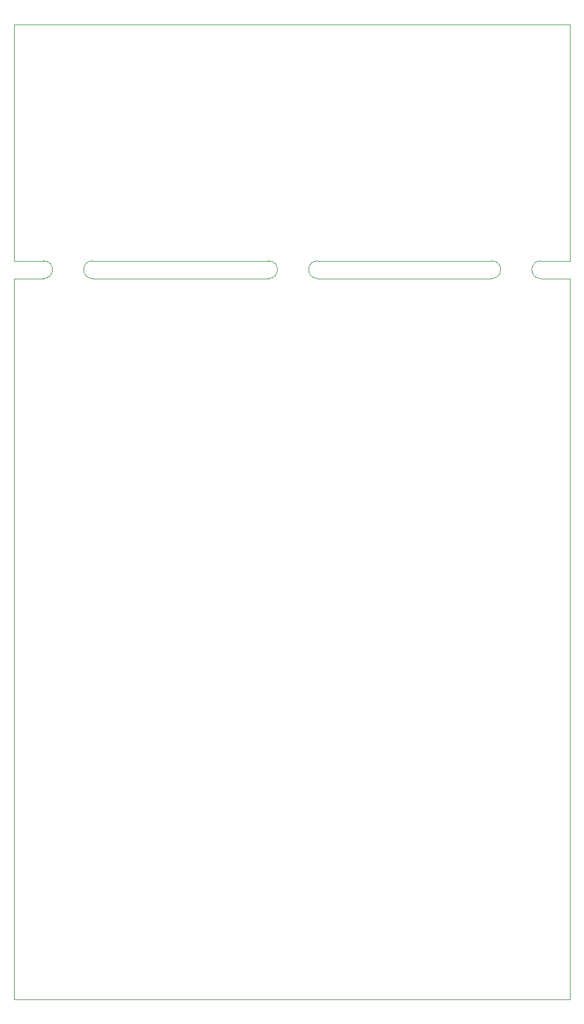
<source format=gbr>
G04 #@! TF.GenerationSoftware,KiCad,Pcbnew,(5.99.0-8123-gb2cbd99365)*
G04 #@! TF.CreationDate,2021-02-01T23:00:56-05:00*
G04 #@! TF.ProjectId,unitron,756e6974-726f-46e2-9e6b-696361645f70,1.4*
G04 #@! TF.SameCoordinates,Original*
G04 #@! TF.FileFunction,Profile,NP*
%FSLAX46Y46*%
G04 Gerber Fmt 4.6, Leading zero omitted, Abs format (unit mm)*
G04 Created by KiCad (PCBNEW (5.99.0-8123-gb2cbd99365)) date 2021-02-01 23:00:56*
%MOMM*%
%LPD*%
G01*
G04 APERTURE LIST*
G04 #@! TA.AperFunction,Profile*
%ADD10C,0.050000*%
G04 #@! TD*
G04 #@! TA.AperFunction,Profile*
%ADD11C,0.100000*%
G04 #@! TD*
G04 APERTURE END LIST*
D10*
X211170000Y-54483000D02*
X185902000Y-54483000D01*
X185902000Y-57023000D02*
X211170000Y-57023000D01*
X222504000Y-54483000D02*
X218230000Y-54483000D01*
X146260000Y-57023000D02*
X141986000Y-57023000D01*
X146260000Y-54483000D02*
X142000000Y-54483000D01*
X142000000Y-20320000D02*
X142000000Y-54483000D01*
D11*
X222504000Y-20320000D02*
X142000000Y-20320000D01*
X222504000Y-54483000D02*
X222504000Y-20320000D01*
D10*
X153320000Y-54483000D02*
X178842000Y-54483000D01*
X222504000Y-57023000D02*
X218230000Y-57023000D01*
X153320000Y-57023000D02*
X178842000Y-57023000D01*
X141986000Y-161290000D02*
X141986000Y-57023000D01*
X222504000Y-57023000D02*
X222504000Y-161290000D01*
X222504000Y-161290000D02*
X141986000Y-161290000D01*
X185902000Y-54483000D02*
G75*
G03*
X185902000Y-57023000I0J-1270000D01*
G01*
X178842000Y-54483000D02*
G75*
G02*
X178842000Y-57023000I0J-1270000D01*
G01*
X153320000Y-54483000D02*
G75*
G03*
X153320000Y-57023000I0J-1270000D01*
G01*
X146260000Y-54483000D02*
G75*
G02*
X146260000Y-57023000I0J-1270000D01*
G01*
X218230000Y-54483000D02*
G75*
G03*
X218230000Y-57023000I0J-1270000D01*
G01*
X211170000Y-54483000D02*
G75*
G02*
X211170000Y-57023000I0J-1270000D01*
G01*
M02*

</source>
